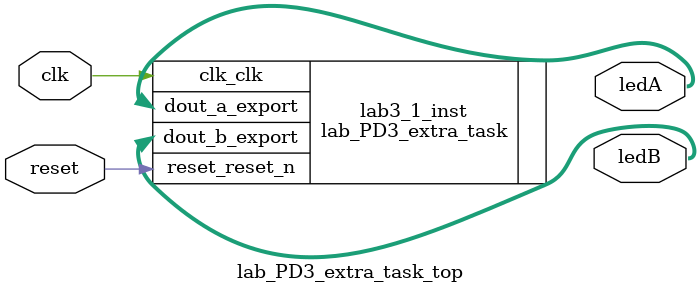
<source format=sv>
`timescale 1 ns / 1 ns
module lab_PD3_extra_task_top (
	input bit clk,
	input bit reset,
	output bit [7:0] ledA,
	output bit [31:0] ledB
);
lab_PD3_extra_task lab3_1_inst (
	.clk_clk       (clk),   
	.reset_reset_n (reset), 
	.dout_a_export (ledA),  
	.dout_b_export (ledB)   
);
endmodule


</source>
